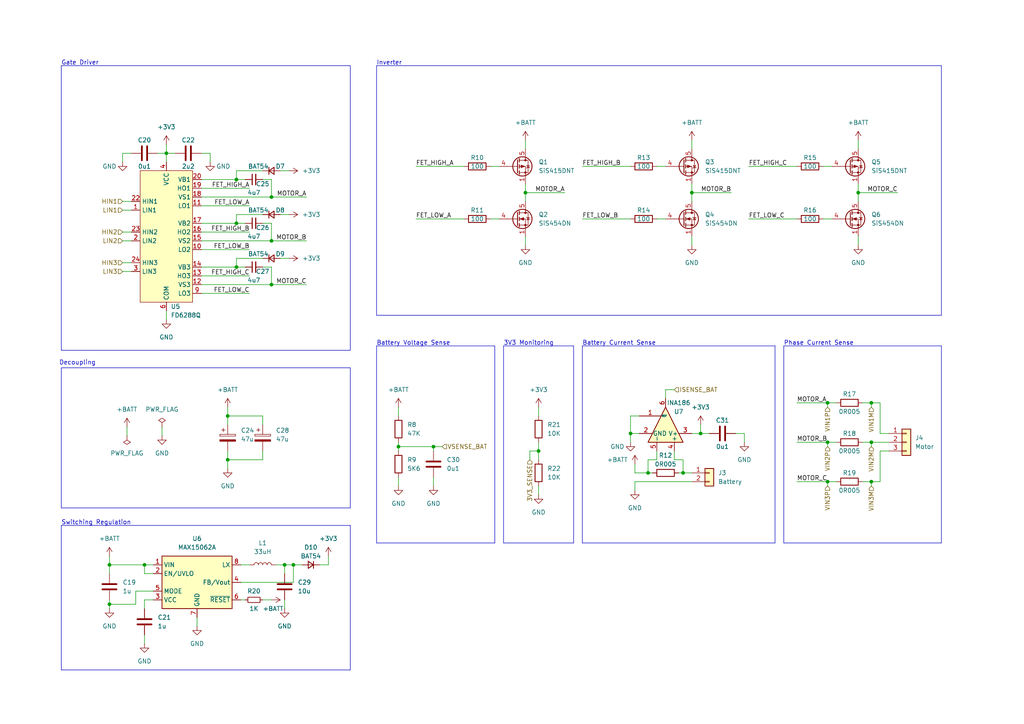
<source format=kicad_sch>
(kicad_sch (version 20230121) (generator eeschema)
  (paper "A4")
  (lib_symbols
    (symbol "Amplifier_Current_Extra:INA186" (pin_names (offset 0.127))
      (property "Reference" "U" (at 3.81 3.81 0))
      (property "Value" "INA186" (at 3.81 -2.54 0))
      (symbol "INA186_0_1"
        (polyline (pts (xy 5.08 0) (xy -5.08 5.08) (xy -5.08 -5.08) (xy 5.08 0)) (stroke (width 0.254)) (fill (type background)))
      )
      (symbol "INA186_1_1"
        (pin input line (at 2.54 -7.62 90) (length 6.35) (name "REF") (number "1"))
        (pin power_in line (at -2.54 -7.62 90) (length 3.81) (name "GND") (number "2"))
        (pin power_in line (at -2.54 7.62 270) (length 3.81) (name "V+") (number "3"))
        (pin input line (at -7.62 2.54 0) (length 2.54) (name "+") (number "4"))
        (pin input line (at -7.62 -2.54 0) (length 2.54) (name "-") (number "5"))
        (pin output line (at 7.62 0 180) (length 2.54) (name "~") (number "6"))
      )
    )
    (symbol "Connector_Generic:Conn_01x02" (pin_names (offset 1.016) hide)
      (property "Reference" "J" (at 0 2.54 0))
      (property "Value" "Conn_01x02" (at 0 -5.08 0))
      (symbol "Conn_01x02_1_1"
        (rectangle (start -1.27 -2.413) (end 0 -2.667) (stroke (width 0.1524)))
        (rectangle (start -1.27 0.127) (end 0 -0.127) (stroke (width 0.1524)))
        (rectangle (start -1.27 1.27) (end 1.27 -3.81) (stroke (width 0.254)) (fill (type background)))
        (pin passive line (at -5.08 0 0) (length 3.81) (name "Pin_1") (number "1"))
        (pin passive line (at -5.08 -2.54 0) (length 3.81) (name "Pin_2") (number "2"))
      )
    )
    (symbol "Connector_Generic:Conn_01x03" (pin_names (offset 1.016) hide)
      (property "Reference" "J" (at 0 5.08 0))
      (property "Value" "Conn_01x03" (at 0 -5.08 0))
      (symbol "Conn_01x03_1_1"
        (rectangle (start -1.27 -2.413) (end 0 -2.667) (stroke (width 0.1524)))
        (rectangle (start -1.27 0.127) (end 0 -0.127) (stroke (width 0.1524)))
        (rectangle (start -1.27 2.667) (end 0 2.413) (stroke (width 0.1524)))
        (rectangle (start -1.27 3.81) (end 1.27 -3.81) (stroke (width 0.254)) (fill (type background)))
        (pin passive line (at -5.08 2.54 0) (length 3.81) (name "Pin_1") (number "1"))
        (pin passive line (at -5.08 0 0) (length 3.81) (name "Pin_2") (number "2"))
        (pin passive line (at -5.08 -2.54 0) (length 3.81) (name "Pin_3") (number "3"))
      )
    )
    (symbol "Device:C" (pin_numbers hide) (pin_names (offset 0.254))
      (property "Reference" "C" (at 0.635 2.54 0))
      (property "Value" "C" (at 0.635 -2.54 0))
      (symbol "C_0_1"
        (polyline (pts (xy -2.032 -0.762) (xy 2.032 -0.762)) (stroke (width 0.508)))
        (polyline (pts (xy -2.032 0.762) (xy 2.032 0.762)) (stroke (width 0.508)))
      )
      (symbol "C_1_1"
        (pin passive line (at 0 3.81 270) (length 2.794) (name "~") (number "1"))
        (pin passive line (at 0 -3.81 90) (length 2.794) (name "~") (number "2"))
      )
    )
    (symbol "Device:C_Polarized" (pin_numbers hide) (pin_names (offset 0.254))
      (property "Reference" "C" (at 0.635 2.54 0))
      (property "Value" "C_Polarized" (at 0.635 -2.54 0))
      (symbol "C_Polarized_0_1"
        (rectangle (start -2.286 0.508) (end 2.286 1.016))
        (polyline (pts (xy -1.778 2.286) (xy -0.762 2.286)))
        (polyline (pts (xy -1.27 2.794) (xy -1.27 1.778)))
        (rectangle (start 2.286 -0.508) (end -2.286 -1.016) (fill (type outline)))
      )
      (symbol "C_Polarized_1_1"
        (pin passive line (at 0 3.81 270) (length 2.794) (name "~") (number "1"))
        (pin passive line (at 0 -3.81 90) (length 2.794) (name "~") (number "2"))
      )
    )
    (symbol "Device:C_Small" (pin_numbers hide) (pin_names (offset 0.254) hide)
      (property "Reference" "C" (at 0.254 1.778 0))
      (property "Value" "C_Small" (at 0.254 -2.032 0))
      (symbol "C_Small_0_1"
        (polyline (pts (xy -1.524 -0.508) (xy 1.524 -0.508)) (stroke (width 0.3302)))
        (polyline (pts (xy -1.524 0.508) (xy 1.524 0.508)) (stroke (width 0.3048)))
      )
      (symbol "C_Small_1_1"
        (pin passive line (at 0 2.54 270) (length 2.032) (name "~") (number "1"))
        (pin passive line (at 0 -2.54 90) (length 2.032) (name "~") (number "2"))
      )
    )
    (symbol "Device:D_Small" (pin_numbers hide) (pin_names (offset 0.254) hide)
      (property "Reference" "D" (at -1.27 2.032 0))
      (property "Value" "D_Small" (at -3.81 -2.032 0))
      (symbol "D_Small_0_1"
        (polyline (pts (xy -0.762 -1.016) (xy -0.762 1.016)) (stroke (width 0.254)))
        (polyline (pts (xy -0.762 0) (xy 0.762 0)))
        (polyline (pts (xy 0.762 -1.016) (xy -0.762 0) (xy 0.762 1.016) (xy 0.762 -1.016)) (stroke (width 0.254)))
      )
      (symbol "D_Small_1_1"
        (pin passive line (at -2.54 0 0) (length 1.778) (name "K") (number "1"))
        (pin passive line (at 2.54 0 180) (length 1.778) (name "A") (number "2"))
      )
    )
    (symbol "Device:L" (pin_numbers hide) (pin_names (offset 1.016) hide)
      (property "Reference" "L" (at -1.27 0 90))
      (property "Value" "L" (at 1.905 0 90))
      (symbol "L_0_1"
        (arc (start 0 -2.54) (mid 0.6323 -1.905) (end 0 -1.27))
        (arc (start 0 -1.27) (mid 0.6323 -0.635) (end 0 0))
        (arc (start 0 0) (mid 0.6323 0.635) (end 0 1.27))
        (arc (start 0 1.27) (mid 0.6323 1.905) (end 0 2.54))
      )
      (symbol "L_1_1"
        (pin passive line (at 0 3.81 270) (length 1.27) (name "1") (number "1"))
        (pin passive line (at 0 -3.81 90) (length 1.27) (name "2") (number "2"))
      )
    )
    (symbol "Device:R" (pin_numbers hide) (pin_names (offset 0))
      (property "Reference" "R" (at 2.032 0 90))
      (property "Value" "R" (at 0 0 90))
      (symbol "R_0_1"
        (rectangle (start -1.016 -2.54) (end 1.016 2.54) (stroke (width 0.254)))
      )
      (symbol "R_1_1"
        (pin passive line (at 0 3.81 270) (length 1.27) (name "~") (number "1"))
        (pin passive line (at 0 -3.81 90) (length 1.27) (name "~") (number "2"))
      )
    )
    (symbol "Device:R_Small" (pin_numbers hide) (pin_names (offset 0.254) hide)
      (property "Reference" "R" (at 0.762 0.508 0))
      (property "Value" "R_Small" (at 0.762 -1.016 0))
      (symbol "R_Small_0_1"
        (rectangle (start -0.762 1.778) (end 0.762 -1.778) (stroke (width 0.2032)))
      )
      (symbol "R_Small_1_1"
        (pin passive line (at 0 2.54 270) (length 0.762) (name "~") (number "1"))
        (pin passive line (at 0 -2.54 90) (length 0.762) (name "~") (number "2"))
      )
    )
    (symbol "FD6288Q:FD6288Q"
      (property "Reference" "U" (at 1.27 22.86 0))
      (property "Value" "FD6288Q" (at 5.08 20.32 0))
      (symbol "FD6288Q_0_0"
        (pin input line (at -10.16 7.62 0) (length 2.54) (name "LIN1") (number "1"))
        (pin output line (at 10.16 -3.81 180) (length 2.54) (name "LO2") (number "10"))
        (pin output line (at 10.16 8.89 180) (length 2.54) (name "LO1") (number "11"))
        (pin output line (at 10.16 -13.97 180) (length 2.54) (name "VS3") (number "12"))
        (pin output line (at 10.16 -11.43 180) (length 2.54) (name "HO3") (number "13"))
        (pin output line (at 10.16 -8.89 180) (length 2.54) (name "VB3") (number "14"))
        (pin output line (at 10.16 -1.27 180) (length 2.54) (name "VS2") (number "15"))
        (pin output line (at 10.16 1.27 180) (length 2.54) (name "HO2") (number "16"))
        (pin output line (at 10.16 3.81 180) (length 2.54) (name "VB2") (number "17"))
        (pin output line (at 10.16 11.43 180) (length 2.54) (name "VS1") (number "18"))
        (pin output line (at 10.16 13.97 180) (length 2.54) (name "HO1") (number "19"))
        (pin input line (at -10.16 -1.27 0) (length 2.54) (name "LIN2") (number "2"))
        (pin output line (at 10.16 16.51 180) (length 2.54) (name "VB1") (number "20"))
        (pin input line (at -10.16 10.16 0) (length 2.54) (name "HIN1") (number "22"))
        (pin input line (at -10.16 1.27 0) (length 2.54) (name "HIN2") (number "23"))
        (pin input line (at -10.16 -7.62 0) (length 2.54) (name "HIN3") (number "24"))
        (pin input line (at -10.16 -10.16 0) (length 2.54) (name "LIN3") (number "3"))
        (pin power_in line (at 0 21.59 270) (length 2.54) (name "VCC") (number "4"))
        (pin power_in line (at 0 -21.59 90) (length 2.54) (name "COM") (number "6"))
        (pin output line (at 10.16 -16.51 180) (length 2.54) (name "LO3") (number "9"))
      )
      (symbol "FD6288Q_0_1"
        (rectangle (start -7.62 19.05) (end 7.62 -19.05) (fill (type background)))
      )
    )
    (symbol "Regulator_Switching:MAX15062A"
      (property "Reference" "U" (at -10.16 11.43 0))
      (property "Value" "MAX15062A" (at -10.16 8.89 0))
      (symbol "MAX15062A_0_1"
        (rectangle (start -10.16 7.62) (end 10.16 -7.62) (stroke (width 0.254)) (fill (type background)))
      )
      (symbol "MAX15062A_1_1"
        (pin power_in line (at -12.7 5.08 0) (length 2.54) (name "VIN") (number "1"))
        (pin input line (at -12.7 2.54 0) (length 2.54) (name "EN/UVLO") (number "2"))
        (pin power_out line (at -12.7 -5.08 0) (length 2.54) (name "VCC") (number "3"))
        (pin input line (at 12.7 0 180) (length 2.54) (name "FB/Vout") (number "4"))
        (pin input line (at -12.7 -2.54 0) (length 2.54) (name "MODE") (number "5"))
        (pin open_collector line (at 12.7 -5.08 180) (length 2.54) (name "~{RESET}") (number "6"))
        (pin power_in line (at 0 -10.16 90) (length 2.54) (name "GND") (number "7"))
        (pin power_out line (at 12.7 5.08 180) (length 2.54) (name "LX") (number "8"))
      )
    )
    (symbol "Transistor_FET:SiS415DNT" (pin_names hide)
      (property "Reference" "Q" (at 5.08 1.905 0))
      (property "Value" "SiS415DNT" (at 5.08 0 0))
      (symbol "SiS415DNT_0_1"
        (polyline (pts (xy 0.254 0) (xy -2.54 0)))
        (polyline (pts (xy 0.254 1.905) (xy 0.254 -1.905)) (stroke (width 0.254)))
        (polyline (pts (xy 0.762 -1.27) (xy 0.762 -2.286)) (stroke (width 0.254)))
        (polyline (pts (xy 0.762 0.508) (xy 0.762 -0.508)) (stroke (width 0.254)))
        (polyline (pts (xy 0.762 2.286) (xy 0.762 1.27)) (stroke (width 0.254)))
        (polyline (pts (xy 2.54 2.54) (xy 2.54 1.778)))
        (polyline (pts (xy 2.54 -2.54) (xy 2.54 0) (xy 0.762 0)))
        (polyline (pts (xy 0.762 1.778) (xy 3.302 1.778) (xy 3.302 -1.778) (xy 0.762 -1.778)))
        (polyline (pts (xy 2.286 0) (xy 1.27 0.381) (xy 1.27 -0.381) (xy 2.286 0)) (fill (type outline)))
        (polyline (pts (xy 2.794 -0.508) (xy 2.921 -0.381) (xy 3.683 -0.381) (xy 3.81 -0.254)))
        (polyline (pts (xy 3.302 -0.381) (xy 2.921 0.254) (xy 3.683 0.254) (xy 3.302 -0.381)))
        (circle (center 1.651 0) (radius 2.794) (stroke (width 0.254)))
        (circle (center 2.54 -1.778) (radius 0.254) (fill (type outline)))
        (circle (center 2.54 1.778) (radius 0.254) (fill (type outline)))
      )
      (symbol "SiS415DNT_1_1"
        (pin passive line (at 2.54 -5.08 90) (length 2.54) (name "S") (number "1"))
        (pin passive line (at 2.54 -5.08 90) (length 2.54) hide (name "S") (number "2"))
        (pin passive line (at 2.54 -5.08 90) (length 2.54) hide (name "S") (number "3"))
        (pin passive line (at -5.08 0 0) (length 2.54) (name "G") (number "4"))
        (pin passive line (at 2.54 5.08 270) (length 2.54) (name "D") (number "5"))
      )
    )
    (symbol "Transistor_FET:SiS454DN" (pin_names hide)
      (property "Reference" "Q" (at 5.08 1.905 0))
      (property "Value" "SiS454DN" (at 5.08 0 0))
      (symbol "SiS454DN_0_1"
        (polyline (pts (xy 0.254 0) (xy -2.54 0)))
        (polyline (pts (xy 0.254 1.905) (xy 0.254 -1.905)) (stroke (width 0.254)))
        (polyline (pts (xy 0.762 -1.27) (xy 0.762 -2.286)) (stroke (width 0.254)))
        (polyline (pts (xy 0.762 0.508) (xy 0.762 -0.508)) (stroke (width 0.254)))
        (polyline (pts (xy 0.762 2.286) (xy 0.762 1.27)) (stroke (width 0.254)))
        (polyline (pts (xy 2.54 2.54) (xy 2.54 1.778)))
        (polyline (pts (xy 2.54 -2.54) (xy 2.54 0) (xy 0.762 0)))
        (polyline (pts (xy 0.762 -1.778) (xy 3.302 -1.778) (xy 3.302 1.778) (xy 0.762 1.778)))
        (polyline (pts (xy 1.016 0) (xy 2.032 0.381) (xy 2.032 -0.381) (xy 1.016 0)) (fill (type outline)))
        (polyline (pts (xy 2.794 0.508) (xy 2.921 0.381) (xy 3.683 0.381) (xy 3.81 0.254)))
        (polyline (pts (xy 3.302 0.381) (xy 2.921 -0.254) (xy 3.683 -0.254) (xy 3.302 0.381)))
        (circle (center 1.651 0) (radius 2.794) (stroke (width 0.254)))
        (circle (center 2.54 -1.778) (radius 0.254) (fill (type outline)))
        (circle (center 2.54 1.778) (radius 0.254) (fill (type outline)))
      )
      (symbol "SiS454DN_1_1"
        (pin passive line (at 2.54 -5.08 90) (length 2.54) (name "S") (number "1"))
        (pin passive line (at 2.54 -5.08 90) (length 2.54) hide (name "S") (number "2"))
        (pin passive line (at 2.54 -5.08 90) (length 2.54) hide (name "S") (number "3"))
        (pin input line (at -5.08 0 0) (length 2.54) (name "G") (number "4"))
        (pin passive line (at 2.54 5.08 270) (length 2.54) (name "D") (number "5"))
      )
    )
    (symbol "power:+3V3" (power) (pin_names (offset 0))
      (property "Value" "+3V3" (at 0 3.556 0))
      (symbol "+3V3_0_1"
        (polyline (pts (xy -0.762 1.27) (xy 0 2.54)))
        (polyline (pts (xy 0 0) (xy 0 2.54)))
        (polyline (pts (xy 0 2.54) (xy 0.762 1.27)))
      )
      (symbol "+3V3_1_1"
        (pin power_in line (at 0 0 90) (length 0) hide (name "+3V3") (number "1"))
      )
    )
    (symbol "power:+BATT" (power) (pin_names (offset 0))
      (property "Value" "+BATT" (at 0 3.556 0))
      (symbol "+BATT_0_1"
        (polyline (pts (xy -0.762 1.27) (xy 0 2.54)))
        (polyline (pts (xy 0 0) (xy 0 2.54)))
        (polyline (pts (xy 0 2.54) (xy 0.762 1.27)))
      )
      (symbol "+BATT_1_1"
        (pin power_in line (at 0 0 90) (length 0) hide (name "+BATT") (number "1"))
      )
    )
    (symbol "power:GND" (power) (pin_names (offset 0))
      (property "Value" "GND" (at 0 -3.81 0))
      (symbol "GND_0_1"
        (polyline (pts (xy 0 0) (xy 0 -1.27) (xy 1.27 -1.27) (xy 0 -2.54) (xy -1.27 -1.27) (xy 0 -1.27)))
      )
      (symbol "GND_1_1"
        (pin power_in line (at 0 0 270) (length 0) hide (name "GND") (number "1"))
      )
    )
    (symbol "power:PWR_FLAG" (power) (pin_numbers hide) (pin_names (offset 0) hide)
      (property "Value" "PWR_FLAG" (at 0 3.81 0))
      (symbol "PWR_FLAG_0_0"
        (pin power_out line (at 0 0 90) (length 0) (name "pwr") (number "1"))
      )
      (symbol "PWR_FLAG_0_1"
        (polyline (pts (xy 0 0) (xy 0 1.27) (xy -1.016 1.905) (xy 0 2.54) (xy 1.016 1.905) (xy 0 1.27)))
      )
    )
  )
  (junction (at 31.75 163.83))
  (junction (at 198.12 137.16))
  (junction (at 115.57 129.54))
  (junction (at 41.91 163.83))
  (junction (at 182.88 125.73))
  (junction (at 78.74 82.55))
  (junction (at 187.96 137.16))
  (junction (at 252.73 139.7))
  (junction (at 248.92 55.88))
  (junction (at 31.75 175.26))
  (junction (at 152.4 55.88))
  (junction (at 82.55 163.83))
  (junction (at 66.04 133.35))
  (junction (at 68.58 77.47))
  (junction (at 48.26 44.45))
  (junction (at 240.03 116.84))
  (junction (at 156.21 130.81))
  (junction (at 78.74 57.15))
  (junction (at 66.04 120.65))
  (junction (at 252.73 128.27))
  (junction (at 85.09 163.83))
  (junction (at 78.74 69.85))
  (junction (at 240.03 139.7))
  (junction (at 68.58 52.07))
  (junction (at 203.2 125.73))
  (junction (at 125.73 129.54))
  (junction (at 68.58 64.77))
  (junction (at 240.03 128.27))
  (junction (at 200.66 55.88))
  (junction (at 252.73 116.84))
  (polyline (pts (xy 168.91 100.33) (xy 168.91 157.48)))
  (wire (pts (xy 31.75 173.99) (xy 31.75 175.26)))
  (wire (pts (xy 83.82 49.53) (xy 81.28 49.53)))
  (wire (pts (xy 152.4 55.88) (xy 163.83 55.88)))
  (polyline (pts (xy 227.33 100.33) (xy 227.33 157.48)))
  (wire (pts (xy 78.74 77.47) (xy 78.74 82.55)))
  (wire (pts (xy 31.75 161.29) (xy 31.75 163.83)))
  (wire (pts (xy 190.5 63.5) (xy 193.04 63.5)))
  (wire (pts (xy 57.15 179.07) (xy 57.15 181.61)))
  (wire (pts (xy 217.17 48.26) (xy 231.14 48.26)))
  (wire (pts (xy 68.58 64.77) (xy 71.12 64.77)))
  (polyline (pts (xy 17.78 152.4) (xy 17.78 194.31)))
  (wire (pts (xy 187.96 137.16) (xy 189.23 137.16)))
  (wire (pts (xy 115.57 118.11) (xy 115.57 120.65)))
  (wire (pts (xy 200.66 55.88) (xy 212.09 55.88)))
  (polyline (pts (xy 146.05 157.48) (xy 166.37 157.48)))
  (polyline (pts (xy 273.05 91.44) (xy 109.22 91.44)))
  (wire (pts (xy 58.42 69.85) (xy 78.74 69.85)))
  (wire (pts (xy 66.04 120.65) (xy 76.2 120.65)))
  (wire (pts (xy 78.74 64.77) (xy 76.2 64.77)))
  (wire (pts (xy 182.88 120.65) (xy 182.88 125.73)))
  (wire (pts (xy 215.9 128.27) (xy 215.9 125.73)))
  (wire (pts (xy 76.2 62.23) (xy 68.58 62.23)))
  (wire (pts (xy 200.66 55.88) (xy 200.66 58.42)))
  (wire (pts (xy 250.19 128.27) (xy 252.73 128.27)))
  (wire (pts (xy 120.65 48.26) (xy 134.62 48.26)))
  (wire (pts (xy 240.03 128.27) (xy 240.03 129.54)))
  (wire (pts (xy 58.42 52.07) (xy 68.58 52.07)))
  (wire (pts (xy 125.73 129.54) (xy 125.73 130.81)))
  (polyline (pts (xy 17.78 19.05) (xy 17.78 19.05)))
  (wire (pts (xy 252.73 116.84) (xy 252.73 118.11)))
  (wire (pts (xy 66.04 133.35) (xy 66.04 135.89)))
  (wire (pts (xy 68.58 49.53) (xy 68.58 52.07)))
  (wire (pts (xy 36.83 123.825) (xy 36.83 126.365)))
  (wire (pts (xy 58.42 72.39) (xy 72.39 72.39)))
  (wire (pts (xy 78.74 52.07) (xy 78.74 57.15)))
  (wire (pts (xy 31.75 163.83) (xy 31.75 166.37)))
  (wire (pts (xy 203.2 125.73) (xy 205.74 125.73)))
  (wire (pts (xy 58.42 54.61) (xy 72.39 54.61)))
  (wire (pts (xy 66.04 133.35) (xy 76.2 133.35)))
  (wire (pts (xy 198.12 137.16) (xy 200.66 137.16)))
  (polyline (pts (xy 109.22 19.05) (xy 109.22 91.44)))
  (wire (pts (xy 198.12 133.35) (xy 198.12 137.16)))
  (wire (pts (xy 240.03 116.84) (xy 240.03 118.11)))
  (wire (pts (xy 44.45 171.45) (xy 39.37 171.45)))
  (polyline (pts (xy 224.79 157.48) (xy 168.91 157.48)))
  (wire (pts (xy 76.2 120.65) (xy 76.2 123.19)))
  (polyline (pts (xy 17.78 106.68) (xy 17.78 147.32)))
  (wire (pts (xy 240.03 139.7) (xy 242.57 139.7)))
  (wire (pts (xy 31.75 175.26) (xy 39.37 175.26)))
  (wire (pts (xy 78.74 57.15) (xy 88.9 57.15)))
  (wire (pts (xy 200.66 53.34) (xy 200.66 55.88)))
  (wire (pts (xy 76.2 74.93) (xy 68.58 74.93)))
  (wire (pts (xy 248.92 55.88) (xy 248.92 58.42)))
  (wire (pts (xy 44.45 173.99) (xy 41.91 173.99)))
  (wire (pts (xy 203.2 123.19) (xy 203.2 125.73)))
  (wire (pts (xy 168.91 63.5) (xy 182.88 63.5)))
  (wire (pts (xy 115.57 129.54) (xy 115.57 130.81)))
  (wire (pts (xy 87.63 163.83) (xy 85.09 163.83)))
  (wire (pts (xy 66.04 120.65) (xy 66.04 123.19)))
  (polyline (pts (xy 101.6 147.32) (xy 17.78 147.32)))
  (wire (pts (xy 190.5 130.81) (xy 190.5 133.35)))
  (wire (pts (xy 76.2 133.35) (xy 76.2 130.81)))
  (wire (pts (xy 68.58 77.47) (xy 71.12 77.47)))
  (wire (pts (xy 200.66 68.58) (xy 200.66 71.12)))
  (wire (pts (xy 190.5 133.35) (xy 187.96 133.35)))
  (polyline (pts (xy 146.05 100.33) (xy 166.37 100.33)))
  (wire (pts (xy 215.9 125.73) (xy 213.36 125.73)))
  (wire (pts (xy 68.58 62.23) (xy 68.58 64.77)))
  (wire (pts (xy 68.58 74.93) (xy 68.58 77.47)))
  (polyline (pts (xy 146.05 100.33) (xy 146.05 157.48)))
  (wire (pts (xy 200.66 40.64) (xy 200.66 43.18)))
  (wire (pts (xy 48.26 90.17) (xy 48.26 92.71)))
  (wire (pts (xy 252.73 116.84) (xy 255.27 116.84)))
  (wire (pts (xy 78.74 82.55) (xy 88.9 82.55)))
  (wire (pts (xy 58.42 64.77) (xy 68.58 64.77)))
  (wire (pts (xy 83.82 62.23) (xy 81.28 62.23)))
  (polyline (pts (xy 101.6 106.68) (xy 101.6 147.32)))
  (wire (pts (xy 156.21 130.81) (xy 156.21 133.35)))
  (wire (pts (xy 66.04 130.81) (xy 66.04 133.35)))
  (polyline (pts (xy 17.78 106.68) (xy 101.6 106.68)))
  (wire (pts (xy 38.1 44.45) (xy 35.56 44.45)))
  (polyline (pts (xy 101.6 194.31) (xy 17.78 194.31)))
  (polyline (pts (xy 273.05 19.05) (xy 273.05 91.44)))
  (wire (pts (xy 115.57 129.54) (xy 125.73 129.54)))
  (wire (pts (xy 184.15 139.7) (xy 200.66 139.7)))
  (wire (pts (xy 252.73 128.27) (xy 252.73 129.54)))
  (wire (pts (xy 81.28 74.93) (xy 83.82 74.93)))
  (wire (pts (xy 255.27 125.73) (xy 255.27 116.84)))
  (wire (pts (xy 152.4 55.88) (xy 152.4 58.42)))
  (polyline (pts (xy 101.6 19.05) (xy 101.6 101.6)))
  (wire (pts (xy 152.4 40.64) (xy 152.4 43.18)))
  (wire (pts (xy 76.2 173.99) (xy 78.74 173.99)))
  (wire (pts (xy 248.92 68.58) (xy 248.92 71.12)))
  (wire (pts (xy 78.74 64.77) (xy 78.74 69.85)))
  (wire (pts (xy 85.09 163.83) (xy 82.55 163.83)))
  (wire (pts (xy 35.56 44.45) (xy 35.56 46.99)))
  (wire (pts (xy 252.73 128.27) (xy 257.81 128.27)))
  (wire (pts (xy 58.42 85.09) (xy 72.39 85.09)))
  (wire (pts (xy 250.19 139.7) (xy 252.73 139.7)))
  (wire (pts (xy 35.56 69.85) (xy 38.1 69.85)))
  (wire (pts (xy 58.42 67.31) (xy 72.39 67.31)))
  (wire (pts (xy 78.74 77.47) (xy 76.2 77.47)))
  (wire (pts (xy 184.15 142.24) (xy 184.15 139.7)))
  (wire (pts (xy 60.96 44.45) (xy 60.96 46.99)))
  (wire (pts (xy 231.14 128.27) (xy 240.03 128.27)))
  (wire (pts (xy 35.56 76.2) (xy 38.1 76.2)))
  (wire (pts (xy 238.76 63.5) (xy 241.3 63.5)))
  (wire (pts (xy 69.85 168.91) (xy 85.09 168.91)))
  (wire (pts (xy 193.04 113.03) (xy 195.58 113.03)))
  (wire (pts (xy 35.56 60.96) (xy 38.1 60.96)))
  (wire (pts (xy 115.57 128.27) (xy 115.57 129.54)))
  (wire (pts (xy 152.4 68.58) (xy 152.4 71.12)))
  (wire (pts (xy 231.14 139.7) (xy 240.03 139.7)))
  (wire (pts (xy 252.73 139.7) (xy 255.27 139.7)))
  (wire (pts (xy 78.74 69.85) (xy 88.9 69.85)))
  (polyline (pts (xy 143.51 100.33) (xy 143.51 157.48)))
  (polyline (pts (xy 224.79 100.33) (xy 224.79 157.48)))
  (wire (pts (xy 69.85 163.83) (xy 72.39 163.83)))
  (wire (pts (xy 48.26 44.45) (xy 48.26 46.99)))
  (wire (pts (xy 153.67 133.35) (xy 153.67 130.81)))
  (wire (pts (xy 48.26 44.45) (xy 48.26 41.91)))
  (polyline (pts (xy 168.91 100.33) (xy 224.79 100.33)))
  (wire (pts (xy 76.2 49.53) (xy 68.58 49.53)))
  (polyline (pts (xy 17.78 19.05) (xy 101.6 19.05)))
  (wire (pts (xy 115.57 138.43) (xy 115.57 140.97)))
  (wire (pts (xy 35.56 67.31) (xy 38.1 67.31)))
  (wire (pts (xy 82.55 163.83) (xy 80.01 163.83)))
  (wire (pts (xy 125.73 129.54) (xy 128.27 129.54)))
  (wire (pts (xy 58.42 44.45) (xy 60.96 44.45)))
  (wire (pts (xy 152.4 53.34) (xy 152.4 55.88)))
  (wire (pts (xy 248.92 55.88) (xy 260.35 55.88)))
  (wire (pts (xy 41.91 166.37) (xy 41.91 163.83)))
  (wire (pts (xy 69.85 173.99) (xy 71.12 173.99)))
  (wire (pts (xy 184.15 134.62) (xy 184.15 137.16)))
  (wire (pts (xy 66.04 118.11) (xy 66.04 120.65)))
  (wire (pts (xy 85.09 168.91) (xy 85.09 163.83)))
  (polyline (pts (xy 17.78 101.6) (xy 17.78 19.05)))
  (wire (pts (xy 58.42 59.69) (xy 72.39 59.69)))
  (wire (pts (xy 41.91 184.15) (xy 41.91 186.69)))
  (polyline (pts (xy 227.33 100.33) (xy 273.05 100.33)))
  (polyline (pts (xy 273.05 100.33) (xy 273.05 157.48)))
  (wire (pts (xy 82.55 173.99) (xy 82.55 176.53)))
  (wire (pts (xy 238.76 48.26) (xy 241.3 48.26)))
  (polyline (pts (xy 109.22 100.33) (xy 143.51 100.33)))
  (wire (pts (xy 82.55 163.83) (xy 82.55 166.37)))
  (wire (pts (xy 187.96 133.35) (xy 187.96 137.16)))
  (wire (pts (xy 195.58 130.81) (xy 195.58 133.35)))
  (wire (pts (xy 190.5 48.26) (xy 193.04 48.26)))
  (wire (pts (xy 198.12 137.16) (xy 196.85 137.16)))
  (wire (pts (xy 142.24 63.5) (xy 144.78 63.5)))
  (wire (pts (xy 31.75 175.26) (xy 31.75 176.53)))
  (wire (pts (xy 58.42 82.55) (xy 78.74 82.55)))
  (wire (pts (xy 193.04 115.57) (xy 193.04 113.03)))
  (polyline (pts (xy 101.6 152.4) (xy 101.6 194.31)))
  (polyline (pts (xy 109.22 100.33) (xy 109.22 157.48)))
  (wire (pts (xy 58.42 77.47) (xy 68.58 77.47)))
  (wire (pts (xy 95.25 163.83) (xy 92.71 163.83)))
  (wire (pts (xy 217.17 63.5) (xy 231.14 63.5)))
  (polyline (pts (xy 17.78 152.4) (xy 101.6 152.4)))
  (wire (pts (xy 185.42 120.65) (xy 182.88 120.65)))
  (wire (pts (xy 168.91 48.26) (xy 182.88 48.26)))
  (wire (pts (xy 231.14 116.84) (xy 240.03 116.84)))
  (polyline (pts (xy 143.51 157.48) (xy 109.22 157.48)))
  (wire (pts (xy 255.27 130.81) (xy 255.27 139.7)))
  (wire (pts (xy 35.56 58.42) (xy 38.1 58.42)))
  (wire (pts (xy 46.99 123.825) (xy 46.99 126.365)))
  (wire (pts (xy 240.03 116.84) (xy 242.57 116.84)))
  (wire (pts (xy 41.91 163.83) (xy 31.75 163.83)))
  (wire (pts (xy 257.81 125.73) (xy 255.27 125.73)))
  (wire (pts (xy 248.92 53.34) (xy 248.92 55.88)))
  (polyline (pts (xy 166.37 100.33) (xy 166.37 157.48)))
  (wire (pts (xy 78.74 52.07) (xy 76.2 52.07)))
  (wire (pts (xy 248.92 40.64) (xy 248.92 43.18)))
  (wire (pts (xy 156.21 128.27) (xy 156.21 130.81)))
  (wire (pts (xy 153.67 130.81) (xy 156.21 130.81)))
  (wire (pts (xy 41.91 173.99) (xy 41.91 176.53)))
  (polyline (pts (xy 101.6 101.6) (xy 17.78 101.6)))
  (wire (pts (xy 45.72 44.45) (xy 48.26 44.45)))
  (wire (pts (xy 58.42 57.15) (xy 78.74 57.15)))
  (wire (pts (xy 39.37 171.45) (xy 39.37 175.26)))
  (wire (pts (xy 184.15 137.16) (xy 187.96 137.16)))
  (wire (pts (xy 203.2 125.73) (xy 200.66 125.73)))
  (wire (pts (xy 257.81 130.81) (xy 255.27 130.81)))
  (wire (pts (xy 68.58 52.07) (xy 71.12 52.07)))
  (wire (pts (xy 120.65 63.5) (xy 134.62 63.5)))
  (wire (pts (xy 240.03 139.7) (xy 240.03 140.97)))
  (polyline (pts (xy 273.05 157.48) (xy 227.33 157.48)))
  (wire (pts (xy 252.73 139.7) (xy 252.73 140.97)))
  (wire (pts (xy 185.42 125.73) (xy 182.88 125.73)))
  (wire (pts (xy 48.26 44.45) (xy 50.8 44.45)))
  (wire (pts (xy 156.21 140.97) (xy 156.21 143.51)))
  (wire (pts (xy 44.45 166.37) (xy 41.91 166.37)))
  (wire (pts (xy 182.88 125.73) (xy 182.88 128.27)))
  (wire (pts (xy 250.19 116.84) (xy 252.73 116.84)))
  (wire (pts (xy 125.73 138.43) (xy 125.73 140.97)))
  (wire (pts (xy 35.56 78.74) (xy 38.1 78.74)))
  (wire (pts (xy 44.45 163.83) (xy 41.91 163.83)))
  (wire (pts (xy 156.21 118.11) (xy 156.21 120.65)))
  (wire (pts (xy 142.24 48.26) (xy 144.78 48.26)))
  (polyline (pts (xy 109.22 19.05) (xy 273.05 19.05)))
  (wire (pts (xy 58.42 80.01) (xy 72.39 80.01)))
  (wire (pts (xy 240.03 128.27) (xy 242.57 128.27)))
  (wire (pts (xy 95.25 161.29) (xy 95.25 163.83)))
  (wire (pts (xy 195.58 133.35) (xy 198.12 133.35)))
  (text "Decoupling" (at 17.145 106.045 0) (effects (font (size 1.27 1.27)) (justify left bottom)))
  (text "Phase Current Sense" (at 227.33 100.33 0) (effects (font (size 1.27 1.27)) (justify left bottom)))
  (text "Switching Regulation" (at 17.78 152.4 0) (effects (font (size 1.27 1.27)) (justify left bottom)))
  (text "Battery Current Sense" (at 168.91 100.33 0) (effects (font (size 1.27 1.27)) (justify left bottom)))
  (text "Battery Voltage Sense" (at 109.22 100.33 0) (effects (font (size 1.27 1.27)) (justify left bottom)))
  (text "Inverter" (at 109.22 19.05 0) (effects (font (size 1.27 1.27)) (justify left bottom)))
  (text "3V3 Monitoring" (at 146.05 100.33 0) (effects (font (size 1.27 1.27)) (justify left bottom)))
  (text "Gate Driver" (at 17.78 19.05 0) (effects (font (size 1.27 1.27)) (justify left bottom)))
  (label "FET_LOW_C" (at 72.39 85.09 180))
  (label "MOTOR_C" (at 260.35 55.88 180))
  (label "MOTOR_A" (at 231.14 116.84 0))
  (label "FET_HIGH_C" (at 217.17 48.26 0))
  (label "FET_LOW_A" (at 72.39 59.69 180))
  (label "FET_HIGH_B" (at 168.91 48.26 0))
  (label "FET_LOW_B" (at 72.39 72.39 180))
  (label "FET_LOW_B" (at 168.91 63.5 0))
  (label "MOTOR_C" (at 231.14 139.7 0))
  (label "FET_LOW_C" (at 217.17 63.5 0))
  (label "FET_HIGH_B" (at 72.39 67.31 180))
  (label "MOTOR_B" (at 231.14 128.27 0))
  (label "MOTOR_C" (at 88.9 82.55 180))
  (label "MOTOR_B" (at 88.9 69.85 180))
  (label "FET_HIGH_A" (at 72.39 54.61 180))
  (label "MOTOR_B" (at 212.09 55.88 180))
  (label "FET_HIGH_C" (at 72.39 80.01 180))
  (label "FET_LOW_A" (at 120.65 63.5 0))
  (label "FET_HIGH_A" (at 120.65 48.26 0))
  (label "MOTOR_A" (at 88.9 57.15 180))
  (label "MOTOR_A" (at 163.83 55.88 180))
  (hierarchical_label "VIN2M" (shape input) (at 252.73 129.54 270))
  (hierarchical_label "3V3_SENSE" (shape input) (at 153.67 133.35 270))
  (hierarchical_label "VIN1M" (shape input) (at 252.73 118.11 270))
  (hierarchical_label "HIN2" (shape input) (at 35.56 67.31 180))
  (hierarchical_label "VIN1P" (shape input) (at 240.03 118.11 270))
  (hierarchical_label "LIN2" (shape input) (at 35.56 69.85 180))
  (hierarchical_label "HIN1" (shape input) (at 35.56 58.42 180))
  (hierarchical_label "HIN3" (shape input) (at 35.56 76.2 180))
  (hierarchical_label "VIN2P" (shape input) (at 240.03 129.54 270))
  (hierarchical_label "LIN3" (shape input) (at 35.56 78.74 180))
  (hierarchical_label "VIN3M" (shape input) (at 252.73 140.97 270))
  (hierarchical_label "VIN3P" (shape input) (at 240.03 140.97 270))
  (hierarchical_label "VSENSE_BAT" (shape input) (at 128.27 129.54 0))
  (hierarchical_label "ISENSE_BAT" (shape input) (at 195.58 113.03 0))
  (hierarchical_label "LIN1" (shape input) (at 35.56 60.96 180))
  (symbol (lib_id "power:GND") (at 125.73 140.97 0) (unit 1)
    (property "Reference" "#PWR064" (effects hide))
    (property "Value" "GND" (at 125.73 146.05 0))
  )
  (symbol (lib_id "power:+3V3") (at 83.82 62.23 270) (unit 1)
    (property "Reference" "#PWR059" (effects hide))
    (property "Value" "+3V3" (at 87.63 62.2299 90) (effects (justify left)))
  )
  (symbol (lib_id "Regulator_Switching:MAX15062A") (at 57.15 168.91 0) (unit 1)
    (property "Reference" "U6" (at 57.15 156.21 0))
    (property "Value" "MAX15062A" (at 57.15 158.75 0))
    (property "Footprint" "Package_DFN_QFN:DFN-8_2x2mm_P0.5mm" (effects hide))
    (property "Datasheet" "http://datasheets.maximintegrated.com/en/ds/MAX15062.pdf" (effects hide))
  )
  (symbol (lib_id "power:GND") (at 182.88 128.27 0) (unit 1)
    (property "Reference" "#PWR067" (effects hide))
    (property "Value" "GND" (at 179.07 129.54 0))
  )
  (symbol (lib_id "Device:C_Polarized") (at 66.04 127 0) (unit 1)
    (property "Reference" "C24" (at 69.85 124.8409 0) (effects (justify left)))
    (property "Value" "47u" (at 69.85 127.3809 0) (effects (justify left)))
    (property "Footprint" "Capacitor_SMD:C_1206_3216Metric" (effects hide))
  )
  (symbol (lib_id "Device:R") (at 246.38 116.84 90) (unit 1)
    (property "Reference" "R17" (at 246.38 114.3 90))
    (property "Value" "0R005" (at 246.38 119.38 90))
    (property "Footprint" "Resistor_SMD:R_1210_3225Metric" (effects hide))
  )
  (symbol (lib_id "power:GND") (at 184.15 142.24 0) (unit 1)
    (property "Reference" "#PWR069" (effects hide))
    (property "Value" "GND" (at 184.15 147.32 0))
  )
  (symbol (lib_id "power:+BATT") (at 66.04 118.11 0) (unit 1)
    (property "Reference" "#PWR054" (effects hide))
    (property "Value" "+BATT" (at 66.04 113.03 0))
  )
  (symbol (lib_id "Device:R") (at 234.95 48.26 90) (unit 1)
    (property "Reference" "R15" (at 234.95 45.72 90))
    (property "Value" "100" (at 234.95 48.26 90))
    (property "Footprint" "Resistor_SMD:R_0402_1005Metric" (effects hide))
  )
  (symbol (lib_id "Device:R") (at 115.57 124.46 0) (unit 1)
    (property "Reference" "R8" (at 118.11 123.1899 0) (effects (justify left)))
    (property "Value" "47K" (at 118.11 125.7299 0) (effects (justify left)))
    (property "Footprint" "Resistor_SMD:R_0402_1005Metric" (effects hide))
  )
  (symbol (lib_id "Device:C_Small") (at 73.66 64.77 90) (unit 1)
    (property "Reference" "C26" (at 76.2 66.04 90))
    (property "Value" "4u7" (at 73.66 68.58 90))
    (property "Footprint" "Capacitor_SMD:C_0402_1005Metric" (effects hide))
  )
  (symbol (lib_id "power:GND") (at 48.26 92.71 0) (unit 1)
    (property "Reference" "#PWR049" (effects hide))
    (property "Value" "GND" (at 48.26 97.79 0))
  )
  (symbol (lib_id "power:GND") (at 215.9 128.27 0) (unit 1)
    (property "Reference" "#PWR071" (effects hide))
    (property "Value" "GND" (at 215.9 133.35 0))
  )
  (symbol (lib_id "Transistor_FET:SiS454DN") (at 198.12 63.5 0) (unit 1)
    (property "Reference" "Q4" (at 204.47 62.2299 0) (effects (justify left)))
    (property "Value" "SiS454DN" (at 204.47 64.7699 0) (effects (justify left)))
    (property "Footprint" "Package_SO:Vishay_PowerPAK_1212-8_Single" (effects hide))
    (property "Datasheet" "https://www.vishay.com/docs/66707/sis454dn.pdf" (effects hide))
  )
  (symbol (lib_id "Device:C") (at 41.91 180.34 0) (unit 1)
    (property "Reference" "C21" (at 45.72 179.0699 0) (effects (justify left)))
    (property "Value" "1u" (at 45.72 181.6099 0) (effects (justify left)))
    (property "Footprint" "Capacitor_SMD:C_0603_1608Metric" (effects hide))
  )
  (symbol (lib_id "Device:C") (at 31.75 170.18 0) (unit 1)
    (property "Reference" "C19" (at 35.56 168.9099 0) (effects (justify left)))
    (property "Value" "1u" (at 35.56 171.4499 0) (effects (justify left)))
    (property "Footprint" "Capacitor_SMD:C_0805_2012Metric" (effects hide))
  )
  (symbol (lib_id "power:GND") (at 35.56 46.99 0) (mirror y) (unit 1)
    (property "Reference" "#PWR044" (effects hide))
    (property "Value" "GND" (at 31.75 48.26 0))
  )
  (symbol (lib_id "Device:R") (at 186.69 48.26 90) (unit 1)
    (property "Reference" "R13" (at 186.69 45.72 90))
    (property "Value" "100" (at 186.69 48.26 90))
    (property "Footprint" "Resistor_SMD:R_0402_1005Metric" (effects hide))
  )
  (symbol (lib_id "power:+BATT") (at 115.57 118.11 0) (unit 1)
    (property "Reference" "#PWR062" (effects hide))
    (property "Value" "+BATT" (at 115.57 113.03 0))
  )
  (symbol (lib_id "Device:C") (at 54.61 44.45 90) (unit 1)
    (property "Reference" "C22" (at 54.61 40.64 90))
    (property "Value" "2u2" (at 54.61 48.26 90))
    (property "Footprint" "Capacitor_SMD:C_0402_1005Metric" (effects hide))
  )
  (symbol (lib_id "power:+BATT") (at 184.15 134.62 0) (unit 1)
    (property "Reference" "#PWR068" (effects hide))
    (property "Value" "+BATT" (at 179.07 133.35 0))
  )
  (symbol (lib_id "power:GND") (at 31.75 176.53 0) (unit 1)
    (property "Reference" "#PWR043" (effects hide))
    (property "Value" "GND" (at 31.75 181.61 0))
  )
  (symbol (lib_id "power:PWR_FLAG") (at 36.83 126.365 180) (unit 1)
    (property "Reference" "#FLG01" (effects hide))
    (property "Value" "PWR_FLAG" (at 36.83 131.445 0))
  )
  (symbol (lib_id "Device:L") (at 76.2 163.83 90) (unit 1)
    (property "Reference" "L1" (at 76.2 157.48 90))
    (property "Value" "33uH" (at 76.2 160.02 90))
    (property "Footprint" "Inductor_SMD:L_1210_3225Metric" (effects hide))
  )
  (symbol (lib_id "Device:R") (at 156.21 124.46 0) (unit 1)
    (property "Reference" "R21" (at 158.75 123.1899 0) (effects (justify left)))
    (property "Value" "10K" (at 158.75 125.7299 0) (effects (justify left)))
    (property "Footprint" "Resistor_SMD:R_0402_1005Metric" (effects hide))
  )
  (symbol (lib_id "power:GND") (at 60.96 46.99 0) (unit 1)
    (property "Reference" "#PWR051" (effects hide))
    (property "Value" "GND" (at 64.77 48.26 0))
  )
  (symbol (lib_id "power:GND") (at 152.4 71.12 0) (unit 1)
    (property "Reference" "#PWR066" (effects hide))
    (property "Value" "GND" (at 152.4 76.2 0))
  )
  (symbol (lib_id "power:+BATT") (at 200.66 40.64 0) (unit 1)
    (property "Reference" "#PWR072" (effects hide))
    (property "Value" "+BATT" (at 200.66 35.56 0))
  )
  (symbol (lib_id "power:+BATT") (at 31.75 161.29 0) (unit 1)
    (property "Reference" "#PWR042" (effects hide))
    (property "Value" "+BATT" (at 31.75 156.21 0))
  )
  (symbol (lib_id "Device:R") (at 115.57 134.62 0) (unit 1)
    (property "Reference" "R9" (at 118.11 133.3499 0) (effects (justify left)))
    (property "Value" "5K6" (at 118.11 135.8899 0) (effects (justify left)))
    (property "Footprint" "Resistor_SMD:R_0402_1005Metric" (effects hide))
  )
  (symbol (lib_id "Transistor_FET:SiS454DN") (at 246.38 63.5 0) (unit 1)
    (property "Reference" "Q6" (at 252.73 62.2299 0) (effects (justify left)))
    (property "Value" "SiS454DN" (at 252.73 64.7699 0) (effects (justify left)))
    (property "Footprint" "Package_SO:Vishay_PowerPAK_1212-8_Single" (effects hide))
    (property "Datasheet" "https://www.vishay.com/docs/66707/sis454dn.pdf" (effects hide))
  )
  (symbol (lib_id "Device:R_Small") (at 73.66 173.99 90) (unit 1)
    (property "Reference" "R20" (at 73.66 171.45 90))
    (property "Value" "1K" (at 73.66 176.53 90))
    (property "Footprint" "Resistor_SMD:R_0402_1005Metric" (effects hide))
  )
  (symbol (lib_id "Transistor_FET:SiS415DNT") (at 198.12 48.26 0) (unit 1)
    (property "Reference" "Q3" (at 204.47 46.9899 0) (effects (justify left)))
    (property "Value" "SiS415DNT" (at 204.47 49.5299 0) (effects (justify left)))
    (property "Footprint" "Package_SO:Vishay_PowerPAK_1212-8_Single" (effects hide))
    (property "Datasheet" "https://www.vishay.com/docs/63684/sis415dnt.pdf" (effects hide))
  )
  (symbol (lib_id "Device:D_Small") (at 78.74 49.53 0) (unit 1)
    (property "Reference" "D7" (at 81.28 48.26 0))
    (property "Value" "BAT54" (at 74.93 48.26 0))
    (property "Footprint" "Diode_SMD:D_SOD-723" (effects hide))
  )
  (symbol (lib_id "power:GND") (at 115.57 140.97 0) (unit 1)
    (property "Reference" "#PWR063" (effects hide))
    (property "Value" "GND" (at 115.57 146.05 0))
  )
  (symbol (lib_id "Device:C") (at 125.73 134.62 0) (unit 1)
    (property "Reference" "C30" (at 129.54 133.3499 0) (effects (justify left)))
    (property "Value" "0u1" (at 129.54 135.8899 0) (effects (justify left)))
    (property "Footprint" "Capacitor_SMD:C_0402_1005Metric" (effects hide))
  )
  (symbol (lib_id "power:GND") (at 41.91 186.69 0) (unit 1)
    (property "Reference" "#PWR046" (effects hide))
    (property "Value" "GND" (at 41.91 191.77 0))
  )
  (symbol (lib_id "Connector_Generic:Conn_01x03") (at 262.89 128.27 0) (unit 1)
    (property "Reference" "J4" (at 265.43 126.9999 0) (effects (justify left)))
    (property "Value" "Motor" (at 265.43 129.5399 0) (effects (justify left)))
    (property "Footprint" "Connector_Molex:Molex_Micro-Fit_3.0_43650-0300_1x03_P3.00mm_Horizontal" (effects hide))
  )
  (symbol (lib_id "Device:C") (at 209.55 125.73 90) (unit 1)
    (property "Reference" "C31" (at 209.55 121.92 90))
    (property "Value" "0u1" (at 209.55 129.54 90))
    (property "Footprint" "Capacitor_SMD:C_0402_1005Metric" (effects hide))
  )
  (symbol (lib_id "Amplifier_Current_Extra:INA186") (at 193.04 123.19 270) (mirror x) (unit 1)
    (property "Reference" "U7" (at 196.85 119.38 90))
    (property "Value" "INA186" (at 196.85 116.84 90))
    (property "Footprint" "Package_TO_SOT_SMD:SOT-23-6" (effects hide))
    (property "Datasheet" "http://www.ti.com/lit/ds/symlink/ina186.pdf" (effects hide))
  )
  (symbol (lib_id "power:+3V3") (at 203.2 123.19 0) (unit 1)
    (property "Reference" "#PWR070" (effects hide))
    (property "Value" "+3V3" (at 203.2 118.11 0))
  )
  (symbol (lib_id "Transistor_FET:SiS415DNT") (at 246.38 48.26 0) (unit 1)
    (property "Reference" "Q5" (at 252.73 46.9899 0) (effects (justify left)))
    (property "Value" "SiS415DNT" (at 252.73 49.5299 0) (effects (justify left)))
    (property "Footprint" "Package_SO:Vishay_PowerPAK_1212-8_Single" (effects hide))
    (property "Datasheet" "https://www.vishay.com/docs/63684/sis415dnt.pdf" (effects hide))
  )
  (symbol (lib_id "power:GND") (at 57.15 181.61 0) (unit 1)
    (property "Reference" "#PWR050" (effects hide))
    (property "Value" "GND" (at 57.15 186.69 0))
  )
  (symbol (lib_id "Device:R") (at 138.43 63.5 90) (unit 1)
    (property "Reference" "R11" (at 138.43 60.96 90))
    (property "Value" "100" (at 138.43 63.5 90))
    (property "Footprint" "Resistor_SMD:R_0402_1005Metric" (effects hide))
  )
  (symbol (lib_id "Device:R") (at 186.69 63.5 90) (unit 1)
    (property "Reference" "R14" (at 186.69 60.96 90))
    (property "Value" "100" (at 186.69 63.5 90))
    (property "Footprint" "Resistor_SMD:R_0402_1005Metric" (effects hide))
  )
  (symbol (lib_id "power:+3V3") (at 156.21 118.11 0) (unit 1)
    (property "Reference" "#PWR078" (effects hide))
    (property "Value" "+3V3" (at 156.21 113.03 0))
  )
  (symbol (lib_id "Device:R") (at 193.04 137.16 90) (unit 1)
    (property "Reference" "R12" (at 193.04 132.08 90))
    (property "Value" "0R005" (at 193.04 134.62 90))
    (property "Footprint" "Resistor_SMD:R_1210_3225Metric" (effects hide))
  )
  (symbol (lib_id "power:+3V3") (at 83.82 49.53 270) (unit 1)
    (property "Reference" "#PWR058" (effects hide))
    (property "Value" "+3V3" (at 87.63 49.5299 90) (effects (justify left)))
  )
  (symbol (lib_id "Device:D_Small") (at 78.74 62.23 0) (unit 1)
    (property "Reference" "D8" (at 81.28 60.96 0))
    (property "Value" "BAT54" (at 74.93 60.96 0))
    (property "Footprint" "Diode_SMD:D_SOD-723" (effects hide))
  )
  (symbol (lib_id "Device:D_Small") (at 78.74 74.93 0) (unit 1)
    (property "Reference" "D9" (at 81.28 73.66 0))
    (property "Value" "BAT54" (at 74.93 73.66 0))
    (property "Footprint" "Diode_SMD:D_SOD-723" (effects hide))
  )
  (symbol (lib_id "power:GND") (at 46.99 126.365 0) (unit 1)
    (property "Reference" "#PWR047" (effects hide))
    (property "Value" "GND" (at 46.99 131.445 0))
  )
  (symbol (lib_id "power:+3V3") (at 48.26 41.91 0) (unit 1)
    (property "Reference" "#PWR048" (effects hide))
    (property "Value" "+3V3" (at 48.26 36.83 0))
  )
  (symbol (lib_id "power:GND") (at 82.55 176.53 0) (unit 1)
    (property "Reference" "#PWR057" (effects hide))
    (property "Value" "GND" (at 82.55 181.61 0))
  )
  (symbol (lib_id "Device:R") (at 234.95 63.5 90) (unit 1)
    (property "Reference" "R16" (at 234.95 60.96 90))
    (property "Value" "100" (at 234.95 63.5 90))
    (property "Footprint" "Resistor_SMD:R_0402_1005Metric" (effects hide))
  )
  (symbol (lib_id "Device:C") (at 82.55 170.18 0) (unit 1)
    (property "Reference" "C29" (at 86.36 168.9099 0) (effects (justify left)))
    (property "Value" "10u" (at 86.36 171.4499 0) (effects (justify left)))
    (property "Footprint" "Capacitor_SMD:C_0603_1608Metric" (effects hide))
  )
  (symbol (lib_id "power:+BATT") (at 152.4 40.64 0) (unit 1)
    (property "Reference" "#PWR065" (effects hide))
    (property "Value" "+BATT" (at 152.4 35.56 0))
  )
  (symbol (lib_id "Device:R") (at 246.38 139.7 90) (unit 1)
    (property "Reference" "R19" (at 246.38 137.16 90))
    (property "Value" "0R005" (at 246.38 142.24 90))
    (property "Footprint" "Resistor_SMD:R_1210_3225Metric" (effects hide))
  )
  (symbol (lib_id "FD6288Q:FD6288Q") (at 48.26 68.58 0) (unit 1)
    (property "Reference" "U5" (at 49.53 88.9 0) (effects (justify left)))
    (property "Value" "FD6288Q" (at 49.53 91.44 0) (effects (justify left)))
    (property "Footprint" "Package_DFN_QFN:QFN-24-1EP_4x4mm_P0.5mm_EP2.7x2.7mm" (effects hide))
  )
  (symbol (lib_id "Device:C_Small") (at 73.66 52.07 90) (unit 1)
    (property "Reference" "C25" (at 76.2 53.34 90))
    (property "Value" "4u7" (at 73.66 55.88 90))
    (property "Footprint" "Capacitor_SMD:C_0402_1005Metric" (effects hide))
  )
  (symbol (lib_id "Device:R") (at 138.43 48.26 90) (unit 1)
    (property "Reference" "R10" (at 138.43 45.72 90))
    (property "Value" "100" (at 138.43 48.26 90))
    (property "Footprint" "Resistor_SMD:R_0402_1005Metric" (effects hide))
  )
  (symbol (lib_id "power:GND") (at 66.04 135.89 0) (unit 1)
    (property "Reference" "#PWR055" (effects hide))
    (property "Value" "GND" (at 66.04 140.97 0))
  )
  (symbol (lib_id "power:+BATT") (at 36.83 123.825 0) (unit 1)
    (property "Reference" "#PWR045" (effects hide))
    (property "Value" "+BATT" (at 36.83 118.745 0))
  )
  (symbol (lib_id "Device:R") (at 246.38 128.27 90) (unit 1)
    (property "Reference" "R18" (at 246.38 125.73 90))
    (property "Value" "0R005" (at 246.38 130.81 90))
    (property "Footprint" "Resistor_SMD:R_1210_3225Metric" (effects hide))
  )
  (symbol (lib_id "power:GND") (at 248.92 71.12 0) (unit 1)
    (property "Reference" "#PWR075" (effects hide))
    (property "Value" "GND" (at 248.92 76.2 0))
  )
  (symbol (lib_id "power:+BATT") (at 248.92 40.64 0) (unit 1)
    (property "Reference" "#PWR074" (effects hide))
    (property "Value" "+BATT" (at 248.92 35.56 0))
  )
  (symbol (lib_id "Device:C_Polarized") (at 76.2 127 0) (unit 1)
    (property "Reference" "C28" (at 80.01 124.8409 0) (effects (justify left)))
    (property "Value" "47u" (at 80.01 127.3809 0) (effects (justify left)))
    (property "Footprint" "Capacitor_SMD:C_1206_3216Metric" (effects hide))
  )
  (symbol (lib_id "Device:D_Small") (at 90.17 163.83 180) (unit 1)
    (property "Reference" "D10" (at 90.17 158.75 0))
    (property "Value" "BAT54" (at 90.17 161.29 0))
    (property "Footprint" "Diode_SMD:D_SOD-523" (effects hide))
  )
  (symbol (lib_id "power:+3V3") (at 83.82 74.93 270) (unit 1)
    (property "Reference" "#PWR060" (effects hide))
    (property "Value" "+3V3" (at 87.63 74.9299 90) (effects (justify left)))
  )
  (symbol (lib_id "power:+3V3") (at 95.25 161.29 0) (unit 1)
    (property "Reference" "#PWR061" (effects hide))
    (property "Value" "+3V3" (at 95.25 156.21 0))
  )
  (symbol (lib_id "Device:C") (at 41.91 44.45 90) (unit 1)
    (property "Reference" "C20" (at 41.91 40.64 90))
    (property "Value" "0u1" (at 41.91 48.26 90))
    (property "Footprint" "Capacitor_SMD:C_0402_1005Metric" (effects hide))
  )
  (symbol (lib_id "power:GND") (at 156.21 143.51 0) (unit 1)
    (property "Reference" "#PWR079" (effects hide))
    (property "Value" "GND" (at 156.21 148.59 0))
  )
  (symbol (lib_id "power:PWR_FLAG") (at 46.99 123.825 0) (unit 1)
    (property "Reference" "#FLG02" (effects hide))
    (property "Value" "PWR_FLAG" (at 46.99 118.745 0))
  )
  (symbol (lib_id "Device:C_Small") (at 73.66 77.47 90) (unit 1)
    (property "Reference" "C27" (at 76.2 78.74 90))
    (property "Value" "4u7" (at 73.66 81.28 90))
    (property "Footprint" "Capacitor_SMD:C_0402_1005Metric" (effects hide))
  )
  (symbol (lib_id "Connector_Generic:Conn_01x02") (at 205.74 137.16 0) (unit 1)
    (property "Reference" "J3" (at 208.28 137.1599 0) (effects (justify left)))
    (property "Value" "Battery" (at 208.28 139.6999 0) (effects (justify left)))
    (property "Footprint" "Connector_Molex:Molex_Micro-Fit_3.0_43650-0200_1x02_P3.00mm_Horizontal" (effects hide))
  )
  (symbol (lib_id "power:GND") (at 200.66 71.12 0) (unit 1)
    (property "Reference" "#PWR073" (effects hide))
    (property "Value" "GND" (at 200.66 76.2 0))
  )
  (symbol (lib_id "Transistor_FET:SiS415DNT") (at 149.86 48.26 0) (unit 1)
    (property "Reference" "Q1" (at 156.21 46.9899 0) (effects (justify left)))
    (property "Value" "SiS415DNT" (at 156.21 49.5299 0) (effects (justify left)))
    (property "Footprint" "Package_SO:Vishay_PowerPAK_1212-8_Single" (effects hide))
    (property "Datasheet" "https://www.vishay.com/docs/63684/sis415dnt.pdf" (effects hide))
  )
  (symbol (lib_id "Transistor_FET:SiS454DN") (at 149.86 63.5 0) (unit 1)
    (property "Reference" "Q2" (at 156.21 62.2299 0) (effects (justify left)))
    (property "Value" "SiS454DN" (at 156.21 64.7699 0) (effects (justify left)))
    (property "Footprint" "Package_SO:Vishay_PowerPAK_1212-8_Single" (effects hide))
    (property "Datasheet" "https://www.vishay.com/docs/66707/sis454dn.pdf" (effects hide))
  )
  (symbol (lib_id "power:+BATT") (at 78.74 173.99 270) (unit 1)
    (property "Reference" "#PWR056" (effects hide))
    (property "Value" "+BATT" (at 76.2 176.53 90) (effects (justify left)))
  )
  (symbol (lib_id "Device:R") (at 156.21 137.16 0) (unit 1)
    (property "Reference" "R22" (at 158.75 135.8899 0) (effects (justify left)))
    (property "Value" "10K" (at 158.75 138.4299 0) (effects (justify left)))
    (property "Footprint" "Resistor_SMD:R_0402_1005Metric" (effects hide))
  )
)
</source>
